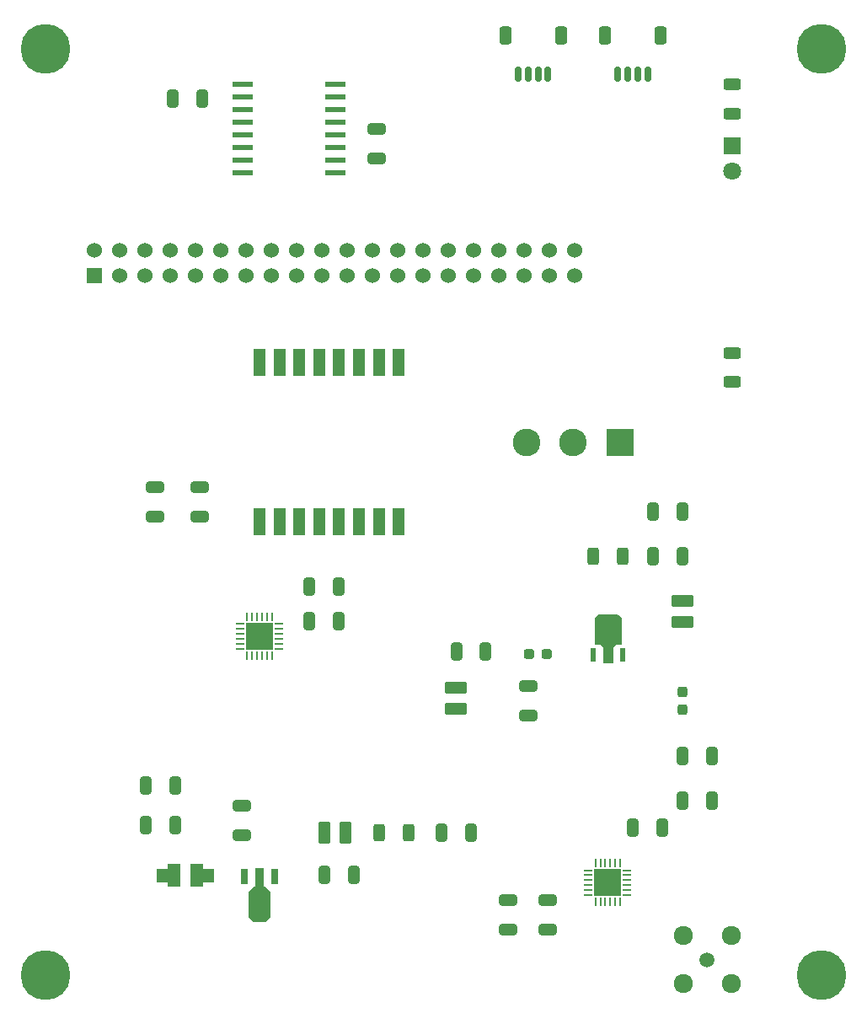
<source format=gts>
G04 #@! TF.GenerationSoftware,KiCad,Pcbnew,(6.0.7)*
G04 #@! TF.CreationDate,2022-12-13T13:41:41-06:00*
G04 #@! TF.ProjectId,Narwal_v1,4e617277-616c-45f7-9631-2e6b69636164,1*
G04 #@! TF.SameCoordinates,Original*
G04 #@! TF.FileFunction,Soldermask,Top*
G04 #@! TF.FilePolarity,Negative*
%FSLAX46Y46*%
G04 Gerber Fmt 4.6, Leading zero omitted, Abs format (unit mm)*
G04 Created by KiCad (PCBNEW (6.0.7)) date 2022-12-13 13:41:41*
%MOMM*%
%LPD*%
G01*
G04 APERTURE LIST*
G04 Aperture macros list*
%AMRoundRect*
0 Rectangle with rounded corners*
0 $1 Rounding radius*
0 $2 $3 $4 $5 $6 $7 $8 $9 X,Y pos of 4 corners*
0 Add a 4 corners polygon primitive as box body*
4,1,4,$2,$3,$4,$5,$6,$7,$8,$9,$2,$3,0*
0 Add four circle primitives for the rounded corners*
1,1,$1+$1,$2,$3*
1,1,$1+$1,$4,$5*
1,1,$1+$1,$6,$7*
1,1,$1+$1,$8,$9*
0 Add four rect primitives between the rounded corners*
20,1,$1+$1,$2,$3,$4,$5,0*
20,1,$1+$1,$4,$5,$6,$7,0*
20,1,$1+$1,$6,$7,$8,$9,0*
20,1,$1+$1,$8,$9,$2,$3,0*%
%AMFreePoly0*
4,1,11,0.965200,2.159000,0.965200,-0.254000,0.457200,-0.762000,0.457200,-2.667000,-0.457200,-2.667000,-0.457200,-0.762000,-0.965200,-0.254000,-0.965200,2.159000,-0.457200,2.667000,0.457200,2.667000,0.965200,2.159000,0.965200,2.159000,$1*%
G04 Aperture macros list end*
%ADD10C,0.010000*%
%ADD11RoundRect,0.250000X-0.312500X-0.625000X0.312500X-0.625000X0.312500X0.625000X-0.312500X0.625000X0*%
%ADD12R,1.800000X1.800000*%
%ADD13C,1.800000*%
%ADD14R,0.850000X0.250000*%
%ADD15R,0.250000X0.850000*%
%ADD16R,2.700000X2.700000*%
%ADD17RoundRect,0.237500X-0.237500X0.287500X-0.237500X-0.287500X0.237500X-0.287500X0.237500X0.287500X0*%
%ADD18RoundRect,0.237500X-0.287500X-0.237500X0.287500X-0.237500X0.287500X0.237500X-0.287500X0.237500X0*%
%ADD19RoundRect,0.250000X-0.850000X0.375000X-0.850000X-0.375000X0.850000X-0.375000X0.850000X0.375000X0*%
%ADD20C,5.000000*%
%ADD21RoundRect,0.250000X0.650000X-0.325000X0.650000X0.325000X-0.650000X0.325000X-0.650000X-0.325000X0*%
%ADD22RoundRect,0.250000X0.312500X0.625000X-0.312500X0.625000X-0.312500X-0.625000X0.312500X-0.625000X0*%
%ADD23R,2.775000X2.775000*%
%ADD24C,2.775000*%
%ADD25RoundRect,0.250000X-0.325000X-0.650000X0.325000X-0.650000X0.325000X0.650000X-0.325000X0.650000X0*%
%ADD26RoundRect,0.250000X0.350000X0.650000X-0.350000X0.650000X-0.350000X-0.650000X0.350000X-0.650000X0*%
%ADD27RoundRect,0.150000X0.150000X0.625000X-0.150000X0.625000X-0.150000X-0.625000X0.150000X-0.625000X0*%
%ADD28R,1.524000X1.524000*%
%ADD29C,1.524000*%
%ADD30RoundRect,0.250000X-0.650000X0.325000X-0.650000X-0.325000X0.650000X-0.325000X0.650000X0.325000X0*%
%ADD31R,0.610000X1.350000*%
%ADD32RoundRect,0.041300X-0.983700X-0.253700X0.983700X-0.253700X0.983700X0.253700X-0.983700X0.253700X0*%
%ADD33RoundRect,0.250000X-0.625000X0.312500X-0.625000X-0.312500X0.625000X-0.312500X0.625000X0.312500X0*%
%ADD34RoundRect,0.250000X0.325000X0.650000X-0.325000X0.650000X-0.325000X-0.650000X0.325000X-0.650000X0*%
%ADD35C,1.508000*%
%ADD36C,1.920000*%
%ADD37R,1.200000X2.800000*%
%ADD38RoundRect,0.250000X0.625000X-0.312500X0.625000X0.312500X-0.625000X0.312500X-0.625000X-0.312500X0*%
%ADD39RoundRect,0.250000X-0.375000X-0.850000X0.375000X-0.850000X0.375000X0.850000X-0.375000X0.850000X0*%
%ADD40R,0.711200X1.498600*%
%ADD41FreePoly0,180.000000*%
G04 APERTURE END LIST*
G36*
X116950000Y-137600000D02*
G01*
X115750000Y-137600000D01*
X115750000Y-137100000D01*
X114650000Y-137100000D01*
X114650000Y-135900000D01*
X115750000Y-135900000D01*
X115750000Y-135400000D01*
X116950000Y-135400000D01*
X116950000Y-137600000D01*
G37*
D10*
X116950000Y-137600000D02*
X115750000Y-137600000D01*
X115750000Y-137100000D01*
X114650000Y-137100000D01*
X114650000Y-135900000D01*
X115750000Y-135900000D01*
X115750000Y-135400000D01*
X116950000Y-135400000D01*
X116950000Y-137600000D01*
G36*
X119250000Y-135900000D02*
G01*
X120350000Y-135900000D01*
X120350000Y-137100000D01*
X119250000Y-137100000D01*
X119250000Y-137600000D01*
X118050000Y-137600000D01*
X118050000Y-135400000D01*
X119250000Y-135400000D01*
X119250000Y-135900000D01*
G37*
X119250000Y-135900000D02*
X120350000Y-135900000D01*
X120350000Y-137100000D01*
X119250000Y-137100000D01*
X119250000Y-137600000D01*
X118050000Y-137600000D01*
X118050000Y-135400000D01*
X119250000Y-135400000D01*
X119250000Y-135900000D01*
G36*
X161292500Y-110633830D02*
G01*
X161292500Y-113294000D01*
X160824269Y-113294000D01*
X160492500Y-113627330D01*
X160492500Y-115169000D01*
X159512500Y-115169000D01*
X159512500Y-113627330D01*
X159180731Y-113294000D01*
X158712500Y-113294000D01*
X158712500Y-110633830D01*
X159075131Y-110274000D01*
X160929869Y-110274000D01*
X161292500Y-110633830D01*
G37*
X161292500Y-110633830D02*
X161292500Y-113294000D01*
X160824269Y-113294000D01*
X160492500Y-113627330D01*
X160492500Y-115169000D01*
X159512500Y-115169000D01*
X159512500Y-113627330D01*
X159180731Y-113294000D01*
X158712500Y-113294000D01*
X158712500Y-110633830D01*
X159075131Y-110274000D01*
X160929869Y-110274000D01*
X161292500Y-110633830D01*
G36*
X126092200Y-138195200D02*
G01*
X126092200Y-140735200D01*
X125584200Y-141243200D01*
X124441200Y-141243200D01*
X123933200Y-140735200D01*
X123933200Y-138195200D01*
X124441200Y-137687200D01*
X125584200Y-137687200D01*
X126092200Y-138195200D01*
G37*
D11*
X137037500Y-132250000D03*
X139962500Y-132250000D03*
D12*
X172500000Y-63225000D03*
D13*
X172500000Y-65765000D03*
D14*
X123050000Y-111250000D03*
X123050000Y-111750000D03*
X123050000Y-112250000D03*
X123050000Y-112750000D03*
X123050000Y-113250000D03*
X123050000Y-113750000D03*
D15*
X123750000Y-114450000D03*
X124250000Y-114450000D03*
X124750000Y-114450000D03*
X125250000Y-114450000D03*
X125750000Y-114450000D03*
X126250000Y-114450000D03*
D14*
X126950000Y-113750000D03*
X126950000Y-113250000D03*
X126950000Y-112750000D03*
X126950000Y-112250000D03*
X126950000Y-111750000D03*
X126950000Y-111250000D03*
D15*
X126250000Y-110550000D03*
X125750000Y-110550000D03*
X125250000Y-110550000D03*
X124750000Y-110550000D03*
X124250000Y-110550000D03*
X123750000Y-110550000D03*
D16*
X125000000Y-112500000D03*
D14*
X161950000Y-138500000D03*
X161950000Y-138000000D03*
X161950000Y-137500000D03*
X161950000Y-137000000D03*
X161950000Y-136500000D03*
X161950000Y-136000000D03*
D15*
X161250000Y-135300000D03*
X160750000Y-135300000D03*
X160250000Y-135300000D03*
X159750000Y-135300000D03*
X159250000Y-135300000D03*
X158750000Y-135300000D03*
D14*
X158050000Y-136000000D03*
X158050000Y-136500000D03*
X158050000Y-137000000D03*
X158050000Y-137500000D03*
X158050000Y-138000000D03*
X158050000Y-138500000D03*
D15*
X158750000Y-139200000D03*
X159250000Y-139200000D03*
X159750000Y-139200000D03*
X160250000Y-139200000D03*
X160750000Y-139200000D03*
X161250000Y-139200000D03*
D16*
X160000000Y-137250000D03*
D17*
X167500000Y-118125000D03*
X167500000Y-119875000D03*
D18*
X152125000Y-114250000D03*
X153875000Y-114250000D03*
D19*
X144750000Y-117675000D03*
X144750000Y-119825000D03*
D20*
X103500000Y-53500000D03*
D21*
X123250000Y-132475000D03*
X123250000Y-129525000D03*
D20*
X181500000Y-53500000D03*
D22*
X158537500Y-104500000D03*
X161462500Y-104500000D03*
D20*
X181500000Y-146500000D03*
D23*
X161200000Y-93000000D03*
D24*
X156500000Y-93000000D03*
X151800000Y-93000000D03*
D25*
X167500000Y-124500000D03*
X170450000Y-124500000D03*
D26*
X159700000Y-52125000D03*
X165300000Y-52125000D03*
D27*
X161000000Y-56000000D03*
X162000000Y-56000000D03*
X163000000Y-56000000D03*
X164000000Y-56000000D03*
D19*
X167500000Y-108925000D03*
X167500000Y-111075000D03*
D28*
X108370000Y-76270000D03*
D29*
X108370000Y-73730000D03*
X110910000Y-76270000D03*
X110910000Y-73730000D03*
X113450000Y-76270000D03*
X113450000Y-73730000D03*
X115990000Y-76270000D03*
X115990000Y-73730000D03*
X118530000Y-76270000D03*
X118530000Y-73730000D03*
X121070000Y-76270000D03*
X121070000Y-73730000D03*
X123610000Y-76270000D03*
X123610000Y-73730000D03*
X126150000Y-76270000D03*
X126150000Y-73730000D03*
X128690000Y-76270000D03*
X128690000Y-73730000D03*
X131230000Y-76270000D03*
X131230000Y-73730000D03*
X133770000Y-76270000D03*
X133770000Y-73730000D03*
X136310000Y-76270000D03*
X136310000Y-73730000D03*
X138850000Y-76270000D03*
X138850000Y-73730000D03*
X141390000Y-76270000D03*
X141390000Y-73730000D03*
X143930000Y-76270000D03*
X143930000Y-73730000D03*
X146470000Y-76270000D03*
X146470000Y-73730000D03*
X149010000Y-76270000D03*
X149010000Y-73730000D03*
X151550000Y-76270000D03*
X151550000Y-73730000D03*
X154090000Y-76270000D03*
X154090000Y-73730000D03*
X156630000Y-76270000D03*
X156630000Y-73730000D03*
D30*
X154000000Y-139000000D03*
X154000000Y-141950000D03*
D31*
X158507500Y-114394000D03*
X161497500Y-114394000D03*
D30*
X150000000Y-141950000D03*
X150000000Y-139000000D03*
D25*
X130025000Y-107500000D03*
X132975000Y-107500000D03*
D21*
X119000000Y-100475000D03*
X119000000Y-97525000D03*
D25*
X130025000Y-111000000D03*
X132975000Y-111000000D03*
X116275000Y-58500000D03*
X119225000Y-58500000D03*
D32*
X123345000Y-57055000D03*
X123345000Y-58325000D03*
X123345000Y-59595000D03*
X123345000Y-60865000D03*
X123345000Y-62135000D03*
X123345000Y-63405000D03*
X123345000Y-64675000D03*
X123345000Y-65945000D03*
X132655000Y-65945000D03*
X132655000Y-64675000D03*
X132655000Y-63405000D03*
X132655000Y-62135000D03*
X132655000Y-60865000D03*
X132655000Y-59595000D03*
X132655000Y-58325000D03*
X132655000Y-57055000D03*
D25*
X143275000Y-132250000D03*
X146225000Y-132250000D03*
X144775000Y-114000000D03*
X147725000Y-114000000D03*
D33*
X172500000Y-86962500D03*
X172500000Y-84037500D03*
D30*
X136775000Y-61525000D03*
X136775000Y-64475000D03*
D20*
X103500000Y-146500000D03*
D34*
X131500000Y-136500000D03*
X134450000Y-136500000D03*
X116500000Y-127500000D03*
X113550000Y-127500000D03*
X167500000Y-100000000D03*
X164550000Y-100000000D03*
D35*
X170000000Y-145000000D03*
D36*
X167600000Y-142600000D03*
X167600000Y-147400000D03*
X172400000Y-147400000D03*
X172400000Y-142600000D03*
D21*
X114500000Y-100475000D03*
X114500000Y-97525000D03*
D37*
X139000000Y-85000000D03*
X137000000Y-85000000D03*
X135000000Y-85000000D03*
X133000000Y-85000000D03*
X131000000Y-85000000D03*
X129000000Y-85000000D03*
X127000000Y-85000000D03*
X125000000Y-85000000D03*
X125000000Y-101000000D03*
X127000000Y-101000000D03*
X129000000Y-101000000D03*
X131000000Y-101000000D03*
X133000000Y-101000000D03*
X135000000Y-101000000D03*
X137000000Y-101000000D03*
X139000000Y-101000000D03*
D34*
X165475000Y-131750000D03*
X162525000Y-131750000D03*
D38*
X172500000Y-57075000D03*
X172500000Y-60000000D03*
D39*
X131500000Y-132250000D03*
X133650000Y-132250000D03*
D30*
X152000000Y-117525000D03*
X152000000Y-120475000D03*
D34*
X116500000Y-131500000D03*
X113550000Y-131500000D03*
X167500000Y-104500000D03*
X164550000Y-104500000D03*
D25*
X167500000Y-129000000D03*
X170450000Y-129000000D03*
D40*
X126498600Y-136595000D03*
D41*
X125000000Y-138500000D03*
D40*
X123501400Y-136595000D03*
D27*
X154000000Y-56000000D03*
X153000000Y-56000000D03*
X152000000Y-56000000D03*
X151000000Y-56000000D03*
D26*
X149700000Y-52125000D03*
X155300000Y-52125000D03*
M02*

</source>
